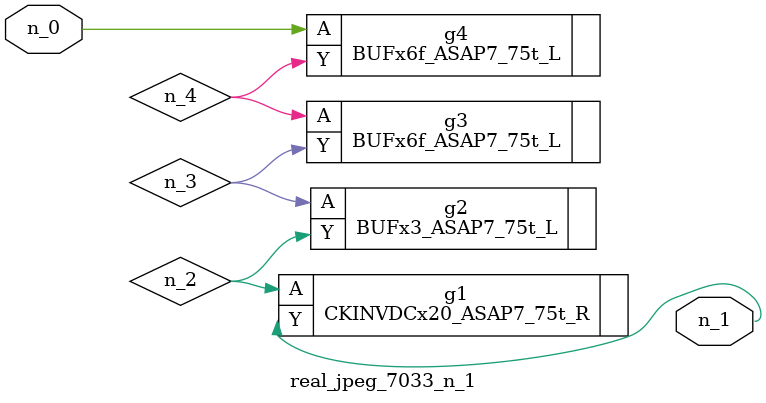
<source format=v>
module real_jpeg_7033_n_1 (n_0, n_1);

input n_0;

output n_1;

wire n_3;
wire n_4;
wire n_2;

BUFx6f_ASAP7_75t_L g4 ( 
.A(n_0),
.Y(n_4)
);

CKINVDCx20_ASAP7_75t_R g1 ( 
.A(n_2),
.Y(n_1)
);

BUFx3_ASAP7_75t_L g2 ( 
.A(n_3),
.Y(n_2)
);

BUFx6f_ASAP7_75t_L g3 ( 
.A(n_4),
.Y(n_3)
);


endmodule
</source>
